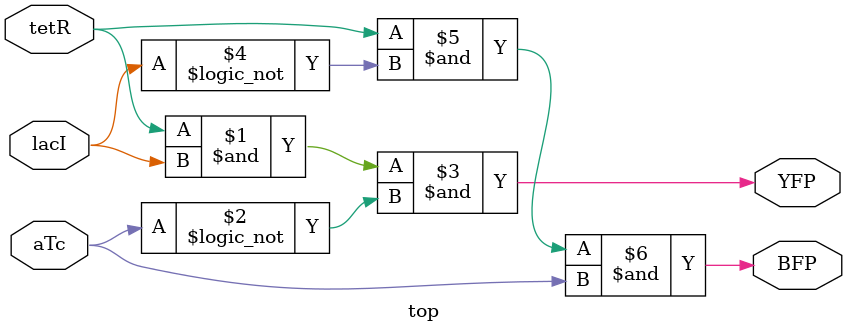
<source format=v>
 module top (input tetR, input lacI, input aTc, output YFP, output BFP);
    assign YFP = tetR & lacI & !aTc;
    assign BFP = tetR & !lacI & aTc;
  endmodule
</source>
